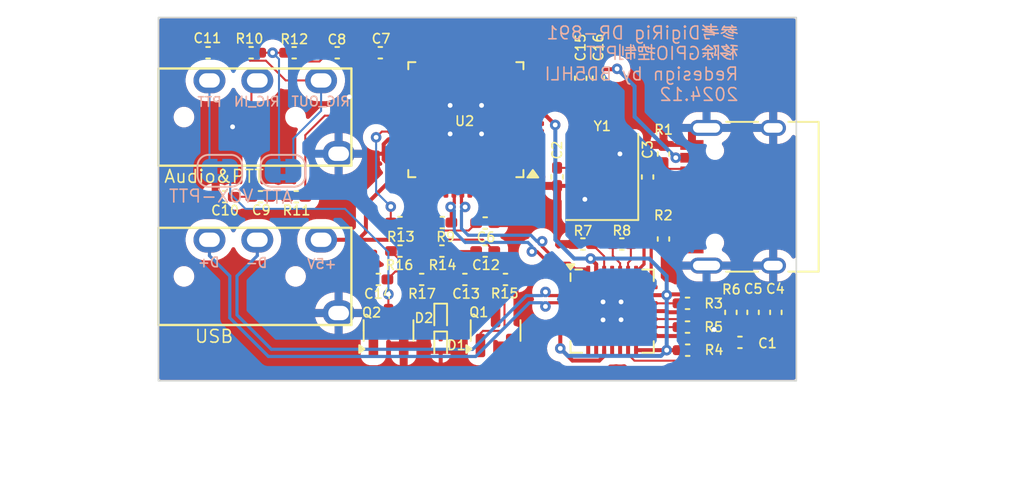
<source format=kicad_pcb>
(kicad_pcb (version 20240108) (generator "pcbnew") (generator_version "8.0")
  (layers (0 "F.Cu" signal) (31 "B.Cu" signal) (34 "B.Paste" user) (35 "F.Paste" user) (36 "B.SilkS" user "B.Silkscreen") (37 "F.SilkS" user "F.Silkscreen") (38 "B.Mask" user) (39 "F.Mask" user) (44 "Edge.Cuts" user))
  (net 0 "")
  (net 1 "~{RESET}")
  (net 2 "GND")
  (net 3 "Net-(U1-XTAL_IN)")
  (net 4 "Net-(U1-XTAL_OUT)")
  (net 5 "+3V3")
  (net 6 "Net-(U2-AREG36)")
  (net 7 "Net-(U2-VREF)")
  (net 8 "Net-(JP1-A)")
  (net 9 "Net-(U2-MICIN)")
  (net 10 "Net-(C9-Pad1)")
  (net 11 "/RIG_AFIN")
  (net 12 "/RIG_AFOUT")
  (net 13 "Net-(Q1-B)")
  (net 14 "Net-(C12-Pad1)")
  (net 15 "Net-(Q1-C)")
  (net 16 "Net-(D1-K)")
  (net 17 "Net-(D2-K)")
  (net 19 "+5V")
  (net 20 "Net-(J1-CC2)")
  (net 21 "Net-(J1-CC1)")
  (net 23 "VOX-PTT")
  (net 24 "Net-(JP2-B)")
  (net 25 "Net-(Q2-B)")
  (net 26 "Net-(U1-SUSP_IND)")
  (net 27 "Net-(U1-NON_REM1)")
  (net 28 "Net-(U1-HS_IND)")
  (net 29 "Net-(U1-RBIAS)")
  (net 30 "CODEC_P")
  (net 31 "Net-(U2-LOL)")
  (net 32 "ROUT")
  (net 35 "CODEC_N")
  (net 69 "/USBUP_D+")
  (net 70 "/USBUP_D-")
  (net 71 "/USBDN2_D+")
  (net 72 "/USBDN2_D-")
  (footprint "Capacitor_SMD:C_0402_1005Metric_Pad0.74x0.62mm_HandSolder" (layer "F.Cu") (at 123.64875 113.22)
    (property "Reference" "R13")
    (property "Value" "22")
  )
  (footprint "Capacitor_SMD:C_0402_1005Metric_Pad0.74x0.62mm_HandSolder" (layer "F.Cu") (at 122.29 116.79 180)
    (property "Reference" "C14")
    (property "Value" "1nF")
  )
  (footprint "Capacitor_SMD:C_0402_1005Metric_Pad0.74x0.62mm_HandSolder" (layer "F.Cu") (at 144.965 120.74)
    (property "Reference" "C1")
    (property "Value" "100nF")
  )
  (footprint "Capacitor_SMD:C_0402_1005Metric_Pad0.74x0.62mm_HandSolder" (layer "F.Cu") (at 128.99 113.25)
    (property "Reference" "C6")
    (property "Value" "10uF")
  )
  (footprint "Crystal:Crystal_SMD_3225-4Pin_3.2x2.5mm_HandSoldering" (layer "F.Cu") (at 136.3375 110.36 90)
    (property "Reference" "Y1")
    (property "Value" "24MHz" (hide yes))
  )
  (footprint "footprints:TRRS-PJ-320A" (layer "F.Cu") (at 108.5 106.6 90)
    (property "Reference" "J3")
    (property "Value" "PJ-320A" (hide yes))
  )
  (footprint "Capacitor_SMD:C_0402_1005Metric_Pad0.74x0.62mm_HandSolder" (layer "F.Cu") (at 141.6775 119.78)
    (property "Reference" "R5")
    (property "Value" "100K")
  )
  (footprint "Package_TO_SOT_SMD:SOT-23" (layer "F.Cu") (at 129.6425 119.9975 90)
    (property "Reference" "Q1")
    (property "Value" "MMBT5551L" (hide yes))
  )
  (footprint "Capacitor_SMD:C_0402_1005Metric_Pad0.74x0.62mm_HandSolder" (layer "F.Cu") (at 135.1175 114.57 180)
    (property "Reference" "R7")
    (property "Value" "10K")
  )
  (footprint "Capacitor_SMD:C_0402_1005Metric_Pad0.74x0.62mm_HandSolder" (layer "F.Cu") (at 126.3 113.22)
    (property "Reference" "R9")
    (property "Value" "1K5")
  )
  (footprint "Capacitor_SMD:C_0402_1005Metric_Pad0.74x0.62mm_HandSolder" (layer "F.Cu") (at 140.17 114.2525 -90)
    (property "Reference" "R2")
    (property "Value" "5K1" (hide yes))
  )
  (footprint "Capacitor_SMD:C_0402_1005Metric_Pad0.74x0.62mm_HandSolder" (layer "F.Cu") (at 141.6775 118.29 180)
    (property "Reference" "R3")
    (property "Value" "100K" (hide yes))
  )
  (footprint "footprints:USB_C_Receptacle_HRO_TYPE-C-31-M-12" (layer "F.Cu") (at 146 111.6 90)
    (property "Reference" "J1" (hide yes))
    (property "Value" "USB_C_Receptacle_USB2.0_16P" (hide yes))
  )
  (footprint "Capacitor_SMD:C_0402_1005Metric_Pad0.74x0.62mm_HandSolder" (layer "F.Cu") (at 117.0125 102.56)
    (property "Reference" "R12")
    (property "Value" "10K")
  )
  (footprint "Capacitor_SMD:C_0402_1005Metric_Pad0.74x0.62mm_HandSolder" (layer "F.Cu") (at 144.3975 118.8575 -90)
    (property "Reference" "R6")
    (property "Value" "100K")
  )
  (footprint "Capacitor_SMD:C_0402_1005Metric_Pad0.74x0.62mm_HandSolder" (layer "F.Cu") (at 119.7125 102.56 180)
    (property "Reference" "C8")
    (property "Value" "10uF")
  )
  (footprint "Capacitor_SMD:C_0402_1005Metric_Pad0.74x0.62mm_HandSolder" (layer "F.Cu") (at 139.17375 110.36 90)
    (property "Reference" "C3")
    (property "Value" "27pF")
  )
  (footprint "Capacitor_SMD:C_0402_1005Metric_Pad0.74x0.62mm_HandSolder" (layer "F.Cu") (at 140.17 108.9175 90)
    (property "Reference" "R1")
    (property "Value" "5K1" (hide yes))
  )
  (footprint "Capacitor_SMD:C_0402_1005Metric_Pad0.74x0.62mm_HandSolder" (layer "F.Cu") (at 114.89875 111.6 180)
    (property "Reference" "C9")
    (property "Value" "10uF")
  )
  (footprint "Diode_SMD:D_SOD-923" (layer "F.Cu") (at 126.19875 119.17 -90)
    (property "Reference" "D2")
    (property "Value" "GS2005ELD")
  )
  (footprint "Capacitor_SMD:C_0402_1005Metric_Pad0.74x0.62mm_HandSolder" (layer "F.Cu") (at 137.5575 114.57)
    (property "Reference" "R8")
    (property "Value" "1M")
  )
  (footprint "Capacitor_SMD:C_0402_1005Metric_Pad0.74x0.62mm_HandSolder" (layer "F.Cu") (at 136.09 104.1625 -90)
    (property "Reference" "C16")
    (property "Value" "100nF")
  )
  (footprint "Capacitor_SMD:C_0402_1005Metric_Pad0.74x0.62mm_HandSolder" (layer "F.Cu") (at 126.27625 115.01)
    (property "Reference" "R14")
    (property "Value" "10K")
  )
  (footprint "Diode_SMD:D_SOD-923" (layer "F.Cu") (at 126.19875 120.9175 -90)
    (property "Reference" "D1")
    (property "Value" "GS2005ELD")
  )
  (footprint "Capacitor_SMD:C_0402_1005Metric_Pad0.74x0.62mm_HandSolder" (layer "F.Cu") (at 133.5 110.3525 -90)
    (property "Reference" "C2")
    (property "Value" "27pF")
  )
  (footprint "Capacitor_SMD:C_0402_1005Metric_Pad0.74x0.62mm_HandSolder" (layer "F.Cu") (at 111.6125 102.56 180)
    (property "Reference" "C11")
    (property "Value" "1nF")
  )
  (footprint "Capacitor_SMD:C_0402_1005Metric_Pad0.74x0.62mm_HandSolder" (layer "F.Cu") (at 147.2175 118.8575 -90)
    (property "Reference" "C4")
    (property "Value" "10uF")
  )
  (footprint "Capacitor_SMD:C_0402_1005Metric_Pad0.74x0.62mm_HandSolder" (layer "F.Cu") (at 122.4125 102.56 180)
    (property "Reference" "C7")
    (property "Value" "10uF")
  )
  (footprint "Capacitor_SMD:C_0402_1005Metric_Pad0.74x0.62mm_HandSolder" (layer "F.Cu") (at 123.64875 115.01 180)
    (property "Reference" "R16")
    (property "Value" "1K5")
  )
  (footprint "Capacitor_SMD:C_0402_1005Metric_Pad0.74x0.62mm_HandSolder" (layer "F.Cu") (at 134.98 104.1625 -90)
    (property "Reference" "C15")
    (property "Value" "10uF")
  )
  (footprint "Capacitor_SMD:C_0402_1005Metric_Pad0.74x0.62mm_HandSolder" (layer "F.Cu") (at 127.7175 116.79 180)
    (property "Reference" "C13")
    (property "Value" "1uF")
  )
  (footprint "Capacitor_SMD:C_0402_1005Metric_Pad0.74x0.62mm_HandSolder" (layer "F.Cu") (at 112.65625 111.6 180)
    (property "Reference" "C10")
    (property "Value" "1nF")
  )
  (footprint "Capacitor_SMD:C_0402_1005Metric_Pad0.74x0.62mm_HandSolder" (layer "F.Cu") (at 130.2625 116.79)
    (property "Reference" "R15")
    (property "Value" "2K0")
  )
  (footprint "Package_DFN_QFN:QFN-28-1EP_5x5mm_P0.5mm_EP3.35x3.35mm" (layer "F.Cu") (at 136.95 118.78)
    (property "Reference" "U1" (hide yes))
    (property "Value" "USB2412-DZK-TR" (hide yes))
  )
  (footprint "Capacitor_SMD:C_0402_1005Metric_Pad0.74x0.62mm_HandSolder" (layer "F.Cu") (at 128.99 115.01 180)
    (property "Reference" "C12")
    (property "Value" "1uF")
  )
  (footprint "Package_QFP:LQFP-48_7x7mm_P0.5mm" (layer "F.Cu") (at 127.7775 106.76 180)
    (property "Reference" "U2")
    (property "Value" "CM108B" (hide yes))
  )
  (footprint "Capacitor_SMD:C_0402_1005Metric_Pad0.74x0.62mm_HandSolder" (layer "F.Cu") (at 145.7875 118.8575 -90)
    (property "Reference" "C5")
    (property "Value" "100nF")
  )
  (footprint "Capacitor_SMD:C_0402_1005Metric_Pad0.74x0.62mm_HandSolder" (layer "F.Cu") (at 114.3125 102.56 180)
    (property "Reference" "R10")
    (property "Value" "100K")
  )
  (footprint "footprints:TRRS-PJ-320A" (layer "F.Cu") (at 108.5 116.6 90)
    (property "Reference" "J2")
    (property "Value" "PJ-320A" (hide yes))
  )
  (footprint "Package_TO_SOT_SMD:SOT-23" (layer "F.Cu") (at 122.93 119.9975 90)
    (property "Reference" "Q2")
    (property "Value" "MMBT5551L" (hide yes))
  )
  (footprint "Capacitor_SMD:C_0402_1005Metric_Pad0.74x0.62mm_HandSolder" (layer "F.Cu") (at 125.0075 116.79 180)
    (property "Reference" "R17")
    (property "Value" "1K5")
  )
  (footprint "Capacitor_SMD:C_0402_1005Metric_Pad0.74x0.62mm_HandSolder" (layer "F.Cu") (at 141.6875 121.23)
    (property "Reference" "R4")
    (property "Value" "100K" (hide yes))
  )
  (footprint "Capacitor_SMD:C_0402_1005Metric_Pad0.74x0.62mm_HandSolder" (layer "F.Cu") (at 117.14125 111.6 180)
    (property "Reference" "R11")
    (property "Value" "22")
  )
  (footprint "Jumper:SolderJumper-2_P1.3mm_Bridged2Bar_RoundedPad1.0x1.5mm" (layer "B.Cu") (at 112.35 109.97)
    (property "Reference" "JP2" (hide yes))
    (property "Value" "VOX")
  )
  (footprint "Jumper:SolderJumper-2_P1.3mm_Bridged2Bar_RoundedPad1.0x1.5mm" (layer "B.Cu") (at 116.31 109.97)
    (property "Reference" "JP1" (hide yes))
    (property "Value" "ATT")
  )
  (gr_rect (start 108.5 100.35) (end 148.5 123.15) (stroke (width 0.1)) (fill none) (layer "Edge.Cuts"))
  (gr_text "RIG_OUT" (at 120.57 105.97 0) (layer "B.SilkS") (effects (font (size 0.6 0.6) (thickness 0.1) (bold yes)) (justify left bottom mirror)))
  (gr_text "VOX-PTT" (at 114.52 112.03 0) (layer "B.SilkS") (effects (font (size 0.8 0.8) (thickness 0.1)) (justify left bottom mirror)))
  (gr_text "RIG_IN" (at 116.16 105.98 0) (layer "B.SilkS") (effects (font (size 0.6 0.6) (thickness 0.1) (bold yes)) (justify left bottom mirror)))
  (gr_text "ATT\n" (at 116.98 112.1 0) (layer "B.SilkS") (effects (font (size 0.8 0.8) (thickness 0.1)) (justify left bottom mirror)))
  (gr_text "+5V" (at 119.73 116.17 0) (layer "B.SilkS") (effects (font (size 0.6 0.6) (thickness 0.1) (bold yes)) (justify left bottom mirror)))
  (gr_text "参考DigiRig DR-891\n移除GPIO控制PTT\nRedesign by BD5HLI\n2024.12" (at 144.93 105.65 0) (layer "B.SilkS") (effects (font (size 0.8 0.8) (thickness 0.1)) (justify left bottom mirror)))
  (gr_text "D-" (at 115.39 116.1 0) (layer "B.SilkS") (effects (font (size 0.6 0.6) (thickness 0.1) (bold yes)) (justify left bottom mirror)))
  (gr_text "PTT" (at 112.53 106 0) (layer "B.SilkS") (effects (font (size 0.6 0.6) (thickness 0.1) (bold yes)) (justify left bottom mirror)))
  (gr_text "D+" (at 112.39 116.07 0) (layer "B.SilkS") (effects (font (size 0.6 0.6) (thickness 0.1) (bold yes)) (justify left bottom mirror)))
  (gr_text "Audio&PTT" (at 108.8 110.79 0) (layer "F.SilkS") (effects (font (size 0.8 0.8) (thickness 0.1)) (justify left bottom)))
  (gr_text "USB" (at 110.72381 120.83 0) (layer "F.SilkS") (effects (font (size 0.8 0.8) (thickness 0.1)) (justify left bottom)))
  (segment (start 144.2525 119.28) (end 144.3975 119.425) (width 0.127) (layer "F.Cu") (net 1))
  (segment (start 144.3975 120.74) (end 144.3975 119.425) (width 0.127) (layer "F.Cu") (net 1))
  (segment (start 139.4 119.28) (end 144.2525 119.28) (width 0.127) (layer "F.Cu") (net 1))
  (segment (start 142.245 119.78) (end 143.1925 119.78) (width 0.25) (layer "F.Cu") (net 2))
  (segment (start 134.98 104.73) (end 133.78 104.73) (width 0.25) (layer "F.Cu") (net 2))
  (segment (start 136.97 119.67) (end 137.21 119.67) (width 0.25) (layer "F.Cu") (net 2))
  (segment (start 140.2 114.85) (end 140.2 115.49) (width 0.25) (layer "F.Cu") (net 2))
  (segment (start 124.99 102.56) (end 125.0275 102.5975) (width 0.25) (layer "F.Cu") (net 2))
  (segment (start 133.5 105.01) (end 131.94 105.01) (width 0.25) (layer "F.Cu") (net 2))
  (segment (start 135.97 120.2) (end 136.97 119.2) (width 0.25) (layer "F.Cu") (net 2))
  (segment (start 118.04 102.56) (end 119.14 101.46) (width 0.25) (layer "F.Cu") (net 2))
  (segment (start 136.09 104.73) (end 134.98 104.73) (width 0.25) (layer "F.Cu") (net 2))
  (segment (start 140.2 115.49) (end 140.63 115.92) (width 0.25) (layer "F.Cu") (net 2))
  (segment (start 123.615 109.51) (end 122.877501 109.51) (width 0.25) (layer "F.Cu") (net 2))
  (segment (start 138 108.35) (end 137.44 108.91) (width 0.25) (layer "F.Cu") (net 2))
  (segment (start 122.758751 109.391249) (end 122.6255 109.257999) (width 0.25) (layer "F.Cu") (net 2))
  (segment (start 145.5325 120.74) (end 145.5325 119.68) (width 0.25) (layer "F.Cu") (net 2))
  (segment (start 120.295 109.395) (end 119.8 108.9) (width 0.25) (layer "F.Cu") (net 2))
  (segment (start 141.955 114.85) (end 141.955 114.995) (width 0.25) (layer "F.Cu") (net 2))
  (segment (start 119.14 101.46) (end 122.7 101.46) (width 0.25) (layer "F.Cu") (net 2))
  (segment (start 136.94 119.67) (end 136.23 118.96) (width 0.25) (layer "F.Cu") (net 2))
  (segment (start 122.6255 109.257999) (end 122.6255 108.95) (width 0.25) (layer "F.Cu") (net 2))
  (segment (start 142.87 107.28) (end 142.87 107.435) (width 0.25) (layer "F.Cu") (net 2))
  (segment (start 122.98 102.56) (end 124.99 102.56) (width 0.25) (layer "F.Cu") (net 2))
  (segment (start 133.78 104.73) (end 133.5 105.01) (width 0.25) (layer "F.Cu") (net 2))
  (segment (start 145.5325 119.68) (end 145.7875 119.425) (width 0.25) (layer "F.Cu") (net 2))
  (segment (start 122.912974 108.01) (end 123.615 108.01) (width 0.25) (layer "F.Cu") (net 2))
  (segment (start 141.955 114.85) (end 141.955 115.005) (width 0.25) (layer "F.Cu") (net 2))
  (segment (start 143.1925 119.78) (end 143.347499 119.934999) (width 0.25) (layer "F.Cu") (net 2))
  (segment (start 134.5 119.78) (end 135.95 119.78) (width 0.25) (layer "F.Cu") (net 2))
  (segment (start 117.58 102.56) (end 118.04 102.56) (width 0.25) (layer "F.Cu") (net 2))
  (segment (start 138.45 120.28) (end 136.95 118.78) (width 0.25) (layer "F.Cu") (net 2))
  (segment (start 145.7875 119.425) (end 147.2175 119.425) (width 0.25) (layer "F.Cu") (net 2))
  (segment (start 139.4 120.28) (end 138.45 120.28) (width 0.25) (layer "F.Cu") (net 2))
  (segment (start 140.63 115.92) (end 142.87 115.92) (width 0.25) (layer "F.Cu") (net 2))
  (segment (start 135.14 111.81) (end 135.19 111.81) (width 0.25) (layer "F.Cu") (net 2))
  (segment (start 126.27 100.96) (end 126.0275 101.2025) (width 0.25) (layer "F.Cu") (net 2))
  (segment (start 122.6255 108.95) (end 122.6255 108.77) (width 0.25) (layer "F.Cu") (net 2))
  (segment (start 133.5 110.92) (end 134.2975 110.92) (width 0.25) (layer "F.Cu") (net 2))
  (segment (start 130.59 120.9325) (end 130.5925 120.935) (width 0.25) (layer "F.Cu") (net 2))
  (segment (start 122.5755 108.9) (end 122.6255 108.95) (width 0.25) (layer "F.Cu") (net 2))
  (segment (start 131.94 105.01) (end 129.6175 105.01) (width 0.25) (layer "F.Cu") (net 2))
  (segment (start 137.21 119.67) (end 137.75 119.13) (width 0.25) (layer "F.Cu") (net 2))
  (segment (start 122.6255 108.297474) (end 122.912974 108.01) (width 0.25) (layer "F.Cu") (net 2))
  (segment (start 141.955 114.85) (end 140.2 114.85) (width 0.25) (layer "F.Cu") (net 2))
  (segment (start 136.97 119.67) (end 137.08 119.67) (width 0.25) (layer "F.Cu") (net 2))
  (segment (start 139.17375 108.50625) (end 139.33 108.35) (width 0.25) (layer "F.Cu") (net 2))
  (segment (start 139.17375 109.7925) (end 138.37 109.7925) (width 0.25) (layer "F.Cu") (net 2))
  (segment (start 122.7 101.46) (end 122.98 101.74) (width 0.25) (layer "F.Cu") (net 2))
  (segment (start 135.19 111.81) (end 135.24 111.76) (width 0.25) (layer "F.Cu") (net 2))
  (segment (start 129.6175 105.01) (end 128.7625 105.865) (width 0.25) (layer "F.Cu") (net 2))
  (segment (start 130.0275 101.2475) (end 129.74 100.96) (width 0.25) (layer "F.Cu") (net 2))
  (segment (start 140.17 108.35) (end 141.955 108.35) (width 0.25) (layer "F.Cu") (net 2))
  (segment (start 125.0275 102.5975) (end 126.0275 102.5975) (width 0.25) (layer "F.Cu") (net 2))
  (segment (start 119.8 108.9) (end 122.5755 108.9) (width 0.25) (layer "F.Cu") (net 2))
  (segment (start 126.0275 101.2025) (end 126.0275 102.5975) (width 0.25) (layer "F.Cu") (net 2))
  (segment (start 140.2 114.85) (end 140.17 114.82) (width 0.25) (layer "F.Cu") (net 2))
  (segment (start 139.17375 109.7925) (end 139.17375 108.50625) (width 0.25) (layer "F.Cu") (net 2))
  (segment (start 122.98 102.56) (end 123.07 102.65) (width 0.25) (layer "F.Cu") (net 2))
  (segment (start 135.81 112.055) (end 135.81 111.72) (width 0.25) (layer "F.Cu") (net 2))
  (segment (start 122.98 101.74) (end 122.98 102.56) (width 0.25) (layer "F.Cu") (net 2))
  (segment (start 122.6255 108.77) (end 122.6255 108.297474) (width 0.25) (layer "F.Cu") (net 2))
  (segment (start 145.53 120.7375) (end 145.5325 120.74) (width 0.25) (layer "F.Cu") (net 2))
  (segment (start 134.2975 110.92) (end 135.1875 111.81) (width 0.25) (layer "F.Cu") (net 2))
  (segment (start 141.925 114.82) (end 141.955 114.85) (width 0.25) (layer "F.Cu") (net 2))
  (segment (start 122.877501 109.51) (end 122.758751 109.391249) (width 0.25) (layer "F.Cu") (net 2))
  (segment (start 139.33 108.35) (end 140.17 108.35) (width 0.25) (layer "F.Cu") (net 2))
  (segment (start 130.0275 102.5975) (end 130.0275 101.2475) (width 0.25) (layer "F.Cu") (net 2))
  (segment (start 136.97 119.67) (end 136.94 119.67) (width 0.25) (layer "F.Cu") (net 2))
  (segment (start 142.245 119.78) (end 141.683 120.342) (width 0.25) (layer "F.Cu") (net 2))
  (segment (start 143 115.79) (end 142.87 115.92) (width 0.25) (layer "F.Cu") (net 2))
  (segment (start 139.462 120.342) (end 139.4 120.28) (width 0.25) (layer "F.Cu") (net 2))
  (segment (start 141.683 120.342) (end 139.462 120.342) (width 0.25) (layer "F.Cu") (net 2))
  (segment (start 138.37 109.7925) (end 137.4875 108.91) (width 0.25) (layer "F.Cu") (net 2))
  (segment (start 135.95 119.78) (end 136.95 118.78) (width 0.25) (layer "F.Cu") (net 2))
  (segment (start 129.74 100.96) (end 126.27 100.96) (width 0.25) (layer "F.Cu") (net 2))
  (segment (start 141.955 114.85) (end 142.35 114.85) (width 0.25) (layer "F.Cu") (net 2))
  (via micro (at 137.51 119.32) (size 0.66) (drill 0.3) (layers "F.Cu" "B.Cu") (net 2))
  (via micro (at 137.51 118.2) (size 0.66) (drill 0.3) (layers "F.Cu" "B.Cu") (net 2))
  (via micro (at 136.38 119.33) (size 0.66) (drill 0.3) (layers "F.Cu" "B.Cu") (net 2))
  (via micro (at 135.24 111.76) (size 0.66) (drill 0.3) (layers "F.Cu" "B.Cu") (net 2))
  (via micro (at 137.44 108.91) (size 0.66) (drill 0.3) (layers "F.Cu" "B.Cu") (net 2))
  (via micro (at 143.347499 119.934999) (size 0.66) (drill 0.3) (layers "F.Cu" "B.Cu") (net 2))
  (via micro (at 128.7625 105.865) (size 0.66) (drill 0.3) (layers "F.Cu" "B.Cu") (net 2))
  (via micro (at 120.47 105.33) (size 0.66) (drill 0.3) (layers "F.Cu" "B.Cu") (net 2))
  (via micro (at 126.7925 107.655) (size 0.66) (drill 0.3) (layers "F.Cu" "B.Cu") (net 2))
  (via micro (at 113.15 107.21) (size 0.66) (drill 0.3) (layers "F.Cu" "B.Cu") (net 2))
  (via micro (at 126.7925 105.865) (size 0.66) (drill 0.3) (layers "F.Cu" "B.Cu") (net 2))
  (via micro (at 136.38 118.2) (size 0.66) (drill 0.3) (layers "F.Cu" "B.Cu") (net 2))
  (via micro (at 128.7625 107.655) (size 0.66) (drill 0.3) (layers "F.Cu" "B.Cu") (net 2))
  (segment (start 135.215 112.315) (end 135.81 111.72) (width 0.25) (layer "B.Cu") (net 2))
  (segment (start 142.537 107.613) (end 142.87 107.28) (width 0.25) (layer "B.Cu") (net 2))
  (segment (start 141.955 114.85) (end 141.955 115.005) (width 0.25) (layer "B.Cu") (net 2))
  (segment (start 142.87 115.92) (end 143.025 115.92) (width 0.25) (layer "B.Cu") (net 2))
  (segment (start 141.955 114.85) (end 141.978073 114.85) (width 0.25) (layer "B.Cu") (net 2))
  (segment (start 136.99 114.7) (end 136.278 113.988) (width 0.127) (layer "F.Cu") (net 3))
  (segment (start 134.3125 109.785) (end 135.1875 108.91) (width 0.127) (layer "F.Cu") (net 3))
  (segment (start 136.99 115.31) (end 137.45 115.77) (width 0.127) (layer "F.Cu") (net 3))
  (segment (start 136.278 113.988) (end 136.278 110.0005) (width 0.127) (layer "F.Cu") (net 3))
  (segment (start 136.99 115.31) (end 136.99 114.57) (width 0.127) (layer "F.Cu") (net 3))
  (segment (start 136.278 110.0005) (end 135.1875 108.91) (width 0.127) (layer "F.Cu") (net 3))
  (segment (start 133.5 109.785) (end 134.3125 109.785) (width 0.127) (layer "F.Cu") (net 3))
  (segment (start 137.45 115.77) (end 137.45 116.33) (width 0.127) (layer "F.Cu") (net 3))
  (segment (start 138.125 114.7) (end 138.125 112.4475) (width 0.127) (layer "F.Cu") (net 4))
  (segment (start 137.95 115.74) (end 138.125 115.565) (width 0.127) (layer "F.Cu") (net 4))
  (segment (start 138.125 115.565) (end 138.125 114.57) (width 0.127) (layer "F.Cu") (net 4))
  (segment (start 138.125 112.495) (end 137.44 111.81) (width 0.127) (layer "F.Cu") (net 4))
  (segment (start 137.95 116.33) (end 137.95 115.74) (width 0.127) (layer "F.Cu") (net 4))
  (segment (start 138.37 110.9275) (end 137.4875 111.81) (width 0.127) (layer "F.Cu") (net 4))
  (segment (start 138.3225 110.9275) (end 137.44 111.81) (width 0.127) (layer "F.Cu") (net 4))
  (segment (start 138.125 112.4475) (end 137.4875 111.81) (width 0.127) (layer "F.Cu") (net 4))
  (segment (start 139.17375 110.9275) (end 138.37 110.9275) (width 0.127) (layer "F.Cu") (net 4))
  (segment (start 125.814974 109.933) (end 125.5275 110.220474) (width 0.25) (layer "F.Cu") (net 5))
  (segment (start 132.8 106.51) (end 133.38 107.09) (width 0.25) (layer "F.Cu") (net 5))
  (segment (start 135.597001 115.479766) (end 135.72 115.602765) (width 0.25) (layer "F.Cu") (net 5))
  (segment (start 131.202501 105.51) (end 131.94 105.51) (width 0.25) (layer "F.Cu") (net 5))
  (segment (start 134.462 121.882) (end 133.7 121.12) (width 0.25) (layer "F.Cu") (net 5))
  (segment (start 140.361269 117.78) (end 139.4 117.78) (width 0.25) (layer "F.Cu") (net 5))
  (segment (start 125.7325 113.19) (end 125.5275 112.985) (width 0.25) (layer "F.Cu") (net 5))
  (segment (start 136.144502 121.882) (end 134.462 121.882) (width 0.25) (layer "F.Cu") (net 5))
  (segment (start 140.01 121.23) (end 141.04 121.23) (width 0.25) (layer "F.Cu") (net 5))
  (segment (start 125.5275 110.220474) (end 125.5275 110.9225) (width 0.25) (layer "F.Cu") (net 5))
  (segment (start 140.39 118.78) (end 140.462 118.852) (width 0.25) (layer "F.Cu") (net 5))
  (segment (start 130.9505 109.1395) (end 130.157 109.933) (width 0.25) (layer "F.Cu") (net 5))
  (segment (start 141.683 117.728) (end 142.245 118.29) (width 0.25) (layer "F.Cu") (net 5))
  (segment (start 125.5275 112.985) (end 125.5275 110.9225) (width 0.25) (layer "F.Cu") (net 5))
  (segment (start 131.94 106.51) (end 131.237974 106.51) (width 0.25) (layer "F.Cu") (net 5))
  (segment (start 133.7 121.12) (end 133.7 119.233498) (width 0.25) (layer "F.Cu") (net 5))
  (segment (start 130.9505 106.222526) (end 130.9505 105.762001) (width 0.25) (layer "F.Cu") (net 5))
  (segment (start 140.413269 117.728) (end 141.683 117.728) (width 0.25) (layer "F.Cu") (net 5))
  (segment (start 134.153498 118.78) (end 134.5 118.78) (width 0.25) (layer "F.Cu") (net 5))
  (segment (start 130.9505 105.762001) (end 131.202501 105.51) (width 0.25) (layer "F.Cu") (net 5))
  (segment (start 130.9505 106.797474) (end 130.9505 109.1395) (width 0.25) (layer "F.Cu") (net 5))
  (segment (start 139.4 118.78) (end 140.39 118.78) (width 0.25) (layer "F.Cu") (net 5))
  (segment (start 135.95 115.832765) (end 135.95 116.33) (width 0.25) (layer "F.Cu") (net 5))
  (segment (start 130.157 109.933) (end 125.814974 109.933) (width 0.25) (layer "F.Cu") (net 5))
  (segment (start 140.462 118.852) (end 141.683 118.852) (width 0.25) (layer "F.Cu") (net 5))
  (segment (start 139.4 117.78) (end 139.42 117.8) (width 0.25) (layer "F.Cu") (net 5))
  (segment (start 131.94 106.51) (end 132.8 106.51) (width 0.25) (layer "F.Cu") (net 5))
  (segment (start 140.371769 117.7695) (end 140.413269 117.728) (width 0.25) (layer "F.Cu") (net 5))
  (segment (start 133.7 119.233498) (end 134.153498 118.78) (width 0.25) (layer "F.Cu") (net 5))
  (segment (start 135.72 115.602765) (end 135.72 115.67) (width 0.25) (layer "F.Cu") (net 5))
  (segment (start 131.237974 106.51) (end 130.9505 106.222526) (width 0.25) (layer "F.Cu") (net 5))
  (segment (start 145.7875 118.29) (end 147.2175 118.29) (width 0.25) (layer "F.Cu") (net 5))
  (segment (start 136.45 121.576502) (end 136.144502 121.882) (width 0.25) (layer "F.Cu") (net 5))
  (segment (start 135.597001 115.479766) (end 135.95 115.832765) (width 0.25) (layer "F.Cu") (net 5))
  (segment (start 136.45 121.23) (end 136.45 121.576502) (width 0.25) (layer "F.Cu") (net 5))
  (segment (start 140.371769 117.7695) (end 140.361269 117.78) (width 0.25) (layer "F.Cu") (net 5))
  (segment (start 141.683 118.852) (end 142.245 118.29) (width 0.25) (layer "F.Cu") (net 5))
  (segment (start 138.45 121.23) (end 140.01 121.23) (width 0.25) (layer "F.Cu") (net 5))
  (segment (start 131.237974 106.51) (end 130.9505 106.797474) (width 0.25) (layer "F.Cu") (net 5))
  (segment (start 144.3975 118.29) (end 145.7875 118.29) (width 0.25) (layer "F.Cu") (net 5))
  (segment (start 142.245 118.29) (end 144.3975 118.29) (width 0.25) (layer "F.Cu") (net 5))
  (via micro (at 133.7 121.12) (size 0.66) (drill 0.3) (layers "F.Cu" "B.Cu") (net 5))
  (via micro (at 140.371769 121.23) (size 0.66) (drill 0.3) (layers "F.Cu" "B.Cu") (net 5))
  (via micro (at 135.597001 115.479766) (size 0.66) (drill 0.3) (layers "F.Cu" "B.Cu") (net 5))
  (via micro (at 140.371769 117.7695) (size 0.66) (drill 0.3) (layers "F.Cu" "B.Cu") (net 5))
  (via micro (at 133.38 107.09) (size 0.66) (drill 0.3) (layers "F.Cu" "B.Cu") (net 5))
  (segment (start 135.597001 115.477001) (end 135.596778 115.476778) (width 0.25) (layer "B.Cu") (net 5))
  (segment (start 140.011769 121.59) (end 140.371769 121.23) (width 0.25) (layer "B.Cu") (net 5))
  (segment (start 135.597001 115.479766) (end 139.269766 115.479766) (width 0.25) (layer "B.Cu") (net 5))
  (segment (start 133.388749 107.098749) (end 133.388749 114.298749) (width 0.25) (layer "B.Cu") (net 5))
  (segment (start 133.7 121.12) (end 134.17 121.59) (width 0.25) (layer "B.Cu") (net 5))
  (segment (start 133.38 107.09) (end 133.388749 107.098749) (width 0.25) (layer "B.Cu") (net 5))
  (segment (start 139.269766 115.479766) (end 140.371769 116.581769) (width 0.25) (layer "B.Cu") (net 5))
  (segment (start 135.597001 115.479766) (end 135.597001 115.477001) (width 0.25) (layer "B.Cu") (net 5))
  (segment (start 134.569766 115.479766) (end 135.597001 115.479766) (width 0.25) (layer "B.Cu") (net 5))
  (segment (start 134.17 121.59) (end 140.011769 121.59) (width 0.25) (layer "B.Cu") (net 5))
  (segment (start 140.371769 116.581769) (end 140.371769 117.7695) (width 0.25) (layer "B.Cu") (net 5))
  (segment (start 140.371769 117.7695) (end 140.371769 121.23) (width 0.25) (layer "B.Cu") (net 5))
  (segment (start 133.388749 114.298749) (end 134.569766 115.479766) (width 0.25) (layer "B.Cu") (net 5))
  (segment (start 125.0275 110.9225) (end 125.0275 113.375406) (width 0.127) (layer "F.Cu") (net 6))
  (segment (start 127.952 113.7205) (end 128.4225 113.25) (width 0.127) (layer "F.Cu") (net 6))
  (segment (start 125.0275 113.375406) (end 125.372594 113.7205) (width 0.127) (layer "F.Cu") (net 6))
  (segment (start 125.372594 113.7205) (end 127.952 113.7205) (width 0.127) (layer "F.Cu") (net 6))
  (segment (start 121.845 102.715) (end 121.845 102.56) (width 0.127) (layer "F.Cu") (net 7))
  (segment (start 123.245 104.5125) (end 122.9825 104.5125) (width 0.127) (layer "F.Cu") (net 7))
  (segment (start 123.615 104.51) (end 122.999948 104.51) (width 0.127) (layer "F.Cu") (net 7))
  (segment (start 122.687 103.557) (end 121.845 102.715) (width 0.127) (layer "F.Cu") (net 7))
  (segment (start 122.999948 104.51) (end 122.687 104.197052) (width 0.127) (layer "F.Cu") (net 7))
  (segment (start 122.687 104.197052) (end 122.687 103.557) (width 0.127) (layer "F.Cu") (net 7))
  (segment (start 118.595 103.11) (end 119.145 102.56) (width 0.127) (layer "F.Cu") (net 8))
  (segment (start 116.445 102.56) (end 116.995 103.11) (width 0.127) (layer "F.Cu") (net 8))
  (segment (start 116.995 103.11) (end 118.595 103.11) (width 0.127) (layer "F.Cu") (net 8))
  (segment (start 115.66 102.56) (end 116.445 102.56) (width 0.127) (layer "F.Cu") (net 8))
  (segment (start 115.66 102.56) (end 114.88 102.56) (width 0.127) (layer "F.Cu") (net 8))
  (via micro (at 115.66 102.56) (size 0.66) (drill 0.3) (layers "F.Cu" "B.Cu") (net 8))
  (segment (start 115.5695 109.7605) (end 115.5695 109.52) (width 0.127) (layer "B.Cu") (net 8))
  (segment (start 115.66 102.56) (end 116.06 102.96) (width 0.127) (layer "B.Cu") (net 8))
  (segment (start 116.06 109.57) (end 115.66 109.97) (width 0.127) (layer "B.Cu") (net 8))
  (segment (start 116.06 102.96) (end 116.06 109.57) (width 0.127) (layer "B.Cu") (net 8))
  (segment (start 120.28 103.27) (end 120.28 102.56) (width 0.127) (layer "F.Cu") (net 9))
  (segment (start 122.02 105.01) (end 120.28 103.27) (width 0.127) (layer "F.Cu") (net 9))
  (segment (start 120.5 102.56) (end 120.28 102.56) (width 0.127) (layer "F.Cu") (net 9))
  (segment (start 123.615 105.01) (end 122.02 105.01) (width 0.127) (layer "F.Cu") (net 9))
  (segment (start 116.57375 111.6) (end 115.46625 111.6) (width 0.127) (layer "F.Cu") (net 10))
  (segment (start 114.33125 104.66875) (end 114.7 104.3) (width 0.127) (layer "F.Cu") (net 11))
  (segment (start 114.7 104.3) (end 115.01 104.61) (width 0.127) (layer "F.Cu") (net 11))
  (segment (start 114.33125 111.6) (end 113.22375 111.6) (width 0.127) (layer "F.Cu") (net 11))
  (segment (start 114.33125 111.6) (end 114.33125 104.66875) (width 0.127) (layer "F.Cu") (net 11))
  (segment (start 114.2455 103.0605) (end 113.745 102.56) (width 0.127) (layer "F.Cu") (net 12))
  (segment (start 112.19 102.68) (end 112.18 102.69) (width 0.127) (layer "F.Cu") (net 12))
  (segment (start 113.745 102.56) (end 112.18 102.56) (width 0.127) (layer "F.Cu") (net 12))
  (segment (start 116.479406 104.3) (end 115.239906 103.0605) (width 0.127) (layer "F.Cu") (net 12))
  (segment (start 115.239906 103.0605) (end 114.2455 103.0605) (width 0.127) (layer "F.Cu") (net 12))
  (segment (start 118.7 104.3) (end 116.479406 104.3) (width 0.127) (layer "F.Cu") (net 12))
  (segment (start 118.7 106.21) (end 118.7 104.3) (width 0.127) (layer "B.Cu") (net 12))
  (segment (start 116.95 107.96) (end 118.7 106.21) (width 0.127) (layer "B.Cu") (net 12))
  (segment (start 118.390959 104.3) (end 118.7 104.3) (width 0.127) (layer "B.Cu") (net 12))
  (segment (start 116.96 109.97) (end 116.96 107.97) (width 0.127) (layer "B.Cu") (net 12))
  (segment (start 116.96 107.97) (end 116.95 107.96) (width 0.127) (layer "B.Cu") (net 12))
  (segment (start 118.2 104.8) (end 118.7 104.3) (width 0.127) (layer "B.Cu") (net 12))
  (segment (start 128.6925 120.1775) (end 128.6925 120.935) (width 0.127) (layer "F.Cu") (net 13))
  (segment (start 130.2 119.79) (end 129.97 120.02) (width 0.127) (layer "F.Cu") (net 13))
  (segment (start 129.695 116.79) (end 129.695 116.2825) (width 0.127) (layer "F.Cu") (net 13))
  (segment (start 129.695 117.455) (end 130.2 117.96) (width 0.127) (layer "F.Cu") (net 13))
  (segment (start 128.4225 115.01) (end 126.84375 115.01) (width 0.127) (layer "F.Cu") (net 13))
  (segment (start 128.85 120.02) (end 128.6925 120.1775) (width 0.127) (layer "F.Cu") (net 13))
  (segment (start 129.695 116.79) (end 129.695 117.455) (width 0.127) (layer "F.Cu") (net 13))
  (segment (start 130.2 117.96) (end 130.2 119.79) (width 0.127) (layer "F.Cu") (net 13))
  (segment (start 129.97 120.02) (end 128.85 120.02) (width 0.127) (layer "F.Cu") (net 13))
  (segment (start 128.58 120.985) (end 128.6 121.005) (width 0.25) (layer "F.Cu") (net 13))
  (segment (start 129.695 116.2825) (end 128.4225 115.01) (width 0.127) (layer "F.Cu") (net 13))
  (segment (start 124.21625 113.22) (end 125.28625 114.29) (width 0.127) (layer "F.Cu") (net 14))
  (segment (start 125.28625 114.29) (end 128.8375 114.29) (width 0.127) (layer "F.Cu") (net 14))
  (segment (start 128.8375 114.29) (end 129.5575 115.01) (width 0.127) (layer "F.Cu") (net 14))
  (segment (start 123.08125 115.01) (end 123.91125 115.84) (width 0.127) (layer "F.Cu") (net 15))
  (segment (start 127.335 115.84) (end 128.285 116.79) (width 0.127) (layer "F.Cu") (net 15))
  (segment (start 129.6425 118.1475) (end 128.285 116.79) (width 0.127) (layer "F.Cu") (net 15))
  (segment (start 123.91125 115.84) (end 127.335 115.84) (width 0.127) (layer "F.Cu") (net 15))
  (segment (start 129.6425 119.06) (end 129.6425 118.1475) (width 0.127) (layer "F.Cu") (net 15))
  (segment (start 126.19875 119.59) (end 126.19875 120.4975) (width 0.127) (layer "F.Cu") (net 16))
  (segment (start 126.19875 119.59) (end 127.15 118.63875) (width 0.127) (layer "F.Cu") (net 16))
  (segment (start 127.15 118.63875) (end 127.15 116.79) (width 0.127) (layer "F.Cu") (net 16))
  (segment (start 125.575 118.12625) (end 126.19875 118.75) (width 0.127) (layer "F.Cu") (net 17))
  (segment (start 123.358 116.2895) (end 125.0745 116.2895) (width 0.127) (layer "F.Cu") (net 17))
  (segment (start 125.575 116.79) (end 125.575 118.12625) (width 0.127) (layer "F.Cu") (net 17))
  (segment (start 122.8575 116.79) (end 123.358 116.2895) (width 0.127) (layer "F.Cu") (net 17))
  (segment (start 125.0745 116.2895) (end 125.575 116.79) (width 0.127) (layer "F.Cu") (net 17))
  (segment (start 124.62 106.277501) (end 124.352499 106.01) (width 0.25) (layer "F.Cu") (net 19))
  (segment (start 124.21625 115.01) (end 125.70875 115.01) (width 0.25) (layer "F.Cu") (net 19))
  (segment (start 143.542 113.142) (end 142.634 114.05) (width 0.25) (layer "F.Cu") (net 19))
  (segment (start 123.24 110.37) (end 121.51 112.1) (width 0.25) (layer "F.Cu") (net 19))
  (segment (start 123.615 109.01) (end 123.615 108.51) (width 0.25) (layer "F.Cu") (net 19))
  (segment (start 137.235 103.595) (end 137.26 103.57) (width 0.25) (layer "F.Cu") (net 19))
  (segment (start 140.94 109.15) (end 141.955 109.15) (width 0.25) (layer "F.Cu") (net 19))
  (segment (start 121.51 113.8025) (end 121.0125 114.3) (width 0.25) (layer "F.Cu") (net 19))
  (segment (start 124.62 106.277501) (end 124.62 104.19) (width 0.25) (layer "F.Cu") (net 19))
  (segment (start 142.634 114.05) (end 141.955 114.05) (width 0.25) (layer "F.Cu") (net 19))
  (segment (start 143.542 110.058) (end 142.634 109.15) (width 0.25) (layer "F.Cu") (net 19))
  (segment (start 124.62 109.312974) (end 124.62 109.707026) (width 0.25) (layer "F.Cu") (net 19))
  (segment (start 136.09 103.595) (end 125.226 103.595) (width 0.25) (layer "F.Cu") (net 19))
  (segment (start 143.542 111.17) (end 143.542 110.058) (width 0.25) (layer "F.Cu") (net 19))
  (segment (start 123.957026 110.37) (end 123.24 110.37) (width 0.25) (layer "F.Cu") (net 19))
  (segment (start 143.542 111.17) (end 143.542 113.142) (width 0.25) (layer "F.Cu") (net 19))
  (segment (start 123.245 108.5125) (end 124.2325 108.5125) (width 0.25) (layer "F.Cu") (net 19))
  (segment (start 118.7 114.3) (end 121.0125 114.3) (width 0.25) (layer "F.Cu") (net 19))
  (segment (start 124.352499 106.01) (end 123.615 106.01) (width 0.25) (layer "F.Cu") (net 19))
  (segment (start 123.245 109.0125) (end 124.2375 109.0125) (width 0.25) (layer "F.Cu") (net 19))
  (segment (start 124.62 109.312974) (end 124.62 106.277501) (width 0.25) (layer "F.Cu") (net 19))
  (segment (start 124.62 104.19) (end 125.2205 103.5895) (width 0.25) (layer "F.Cu") (net 19))
  (segment (start 136.09 103.595) (end 137.235 103.595) (width 0.25) (layer "F.Cu") (net 19))
  (segment (start 124.21625 115.01) (end 123.50625 114.3) (width 0.25) (layer "F.Cu") (net 19))
  (segment (start 124.62 109.312974) (end 124.317026 109.01) (width 0.25) (layer "F.Cu") (net 19))
  (segment (start 124.317026 109.01) (end 123.615 109.01) (width 0.25) (layer "F.Cu") (net 19))
  (segment (start 121.51 112.1) (end 121.51 113.8025) (width 0.25) (layer "F.Cu") (net 19))
  (segment (start 125.2205 103.5895) (end 125.226 103.595) (width 0.25) (layer "F.Cu") (net 19))
  (segment (start 142.634 109.15) (end 141.955 109.15) (width 0.25) (layer "F.Cu") (net 19))
  (segment (start 123.50625 114.3) (end 121.0125 114.3) (width 0.25) (layer "F.Cu") (net 19))
  (segment (start 124.62 109.707026) (end 123.957026 110.37) (width 0.25) (layer "F.Cu") (net 19))
  (via micro (at 140.94 109.15) (size 0.66) (drill 0.3) (layers "F.Cu" "B.Cu") (net 19))
  (via micro (at 137.26 103.57) (size 0.66) (drill 0.3) (layers "F.Cu" "B.Cu") (net 19))
  (segment (start 137.26 103.57) (end 138.36 104.67) (width 0.25) (layer "B.Cu") (net 19))
  (segment (start 138.378559 106.588559) (end 140.94 109.15) (width 0.25) (layer "B.Cu") (net 19))
  (segment (start 138.36 104.67) (end 138.36 106.588559) (width 0.25) (layer "B.Cu") (net 19))
  (segment (start 138.36 106.588559) (end 138.378559 106.588559) (width 0.25) (layer "B.Cu") (net 19))
  (segment (start 140.13 109.485) (end 140.495 109.85) (width 0.127) (layer "F.Cu") (net 20))
  (segment (start 140.495 109.85) (end 141.955 109.85) (width 0.127) (layer "F.Cu") (net 20))
  (segment (start 140.52 112.85) (end 141.955 112.85) (width 0.127) (layer "F.Cu") (net 21))
  (segment (start 140.17 113.2) (end 140.52 112.85) (width 0.127) (layer "F.Cu") (net 21))
  (segment (start 140.17 113.685) (end 140.17 113.2) (width 0.127) (layer "F.Cu") (net 21))
  (segment (start 111.7 109.97) (end 111.7 104.3) (width 0.127) (layer "B.Cu") (net 23))
  (segment (start 111.78 104.38) (end 111.7 104.3) (width 0.127) (layer "B.Cu") (net 23))
  (segment (start 111.34 104.66) (end 111.7 104.3) (width 0.127) (layer "B.Cu") (net 23))
  (segment (start 111.74 104.34) (end 111.7 104.3) (width 0.127) (layer "B.Cu") (net 23))
  (segment (start 122.92 119.05) (end 122.93 119.06) (width 0.127) (layer "F.Cu") (net 24))
  (segment (start 122.92 117.72) (end 122.92 119.05) (width 0.127) (layer "F.Cu") (net 24))
  (via micro (at 122.92 117.72) (size 0.66) (drill 0.3) (layers "F.Cu" "B.Cu") (net 24))
  (segment (start 113.96 112.36) (end 113 111.4) (width 0.127) (layer "B.Cu") (net 24))
  (segment (start 113 111.4) (end 113 109.97) (width 0.127) (layer "B.Cu") (net 24))
  (segment (start 122.92 115.08) (end 120.2 112.36) (width 0.127) (layer "B.Cu") (net 24))
  (segment (start 120.2 112.36) (end 113.96 112.36) (width 0.127) (layer "B.Cu") (net 24))
  (segment (start 122.92 117.72) (end 122.92 115.08) (width 0.127) (layer "B.Cu") (net 24))
  (segment (start 124.44 116.79) (end 124.44 119.16) (width 0.127) (layer "F.Cu") (net 25))
  (segment (start 123.59 120.01) (end 122.13 120.01) (width 0.127) (layer "F.Cu") (net 25))
  (segment (start 122.13 120.01) (end 121.98 120.16) (width 0.127) (layer "F.Cu") (net 25))
  (segment (start 124.44 119.16) (end 123.59 120.01) (width 0.127) (layer "F.Cu") (net 25))
  (segment (start 121.98 120.16) (end 121.98 120.935) (width 0.127) (layer "F.Cu") (net 25))
  (segment (start 141.11 118.29) (end 139.41 118.29) (width 0.127) (layer "F.Cu") (net 26))
  (segment (start 139.41 118.29) (end 139.4 118.28) (width 0.127) (layer "F.Cu") (net 26))
  (segment (start 138.350972 121.8905) (end 141.6745 121.8905) (width 0.127) (layer "F.Cu") (net 27))
  (segment (start 141.6745 121.8905) (end 142.255 121.31) (width 0.127) (layer "F.Cu") (net 27))
  (segment (start 137.95 121.23) (end 137.95 121.489528) (width 0.127) (layer "F.Cu") (net 27))
  (segment (start 137.95 121.489528) (end 138.350972 121.8905) (width 0.127) (layer "F.Cu") (net 27))
  (segment (start 139.4 119.78) (end 141.11 119.78) (width 0.127) (layer "F.Cu") (net 28))
  (segment (start 136.45 116.33) (end 136.45 115.335) (width 0.127) (layer "F.Cu") (net 29))
  (segment (start 136.45 115.335) (end 135.685 114.57) (width 0.127) (layer "F.Cu") (net 29))
  (segment (start 132.243535 115.041734) (end 131.918266 115.041734) (width 0.2) (layer "F.Cu") (net 30))
  (segment (start 134.076803 116.225001) (end 133.426802 116.225001) (width 0.2) (layer "F.Cu") (net 30))
  (segment (start 126.8675 112.284362) (end 126.8225 112.239362) (width 0.2) (layer "F.Cu") (net 30))
  (segment (start 133.426802 116.225001) (end 132.243535 115.041734) (width 0.2) (layer "F.Cu") (net 30))
  (segment (start 127.0275 110.9225) (end 127.052499 110.947499) (width 0.2) (layer "F.Cu") (net 30))
  (segment (start 127.052499 112.009363) (end 126.8225 112.239362) (width 0.2) (layer "F.Cu") (net 30))
  (segment (start 134.305545 116.453743) (end 134.305545 117.085545) (width 0.2) (layer "F.Cu") (net 30))
  (segment (start 127.052499 110.947499) (end 127.052499 112.009363) (width 0.2) (layer "F.Cu") (net 30))
  (segment (start 134.305545 117.085545) (end 134.5 117.28) (width 0.2) (layer "F.Cu") (net 30))
  (segment (start 126.8675 113.22) (end 126.8675 112.284362) (width 0.2) (layer "F.Cu") (net 30))
  (segment (start 134.076803 116.225001) (end 134.305545 116.453743) (width 0.2) (layer "F.Cu") (net 30))
  (via micro (at 131.918266 115.041734) (size 0.66) (drill 0.3) (layers "F.Cu" "B.Cu") (net 30))
  (via micro (at 126.8225 112.239362) (size 0.66) (drill 0.3) (layers "F.Cu" "B.Cu") (net 30))
  (segment (start 131.918266 114.716465) (end 131.666801 114.465) (width 0.2) (layer "B.Cu") (net 30))
  (segment (start 127.052499 113.780699) (end 127.052499 112.469361) (width 0.2) (layer "B.Cu") (net 30))
  (segment (start 131.918266 115.041734) (end 131.918266 114.716465) (width 0.2) (layer "B.Cu") (net 30))
  (segment (start 127.7368 114.465) (end 127.052499 113.780699) (width 0.2) (layer "B.Cu") (net 30))
  (segment (start 131.666801 114.465) (end 127.7368 114.465) (width 0.2) (layer "B.Cu") (net 30))
  (segment (start 127.052499 112.469361) (end 126.8225 112.239362) (width 0.2) (layer "B.Cu") (net 30))
  (segment (start 117.70875 107.73125) (end 117.70875 111.6) (width 0.127) (layer "F.Cu") (net 31))
  (segment (start 118.93 106.51) (end 117.70875 107.73125) (width 0.127) (layer "F.Cu") (net 31))
  (segment (start 123.615 106.51) (end 118.93 106.51) (width 0.127) (layer "F.Cu") (net 31))
  (segment (start 123.07 113.20875) (end 123.08125 113.22) (width 0.127) (layer "F.Cu") (net 32))
  (segment (start 123.615 107.51) (end 122.51 107.51) (width 0.127) (layer "F.Cu") (net 32))
  (segment (start 122.51 107.51) (end 122.15 107.87) (width 0.127) (layer "F.Cu") (net 32))
  (segment (start 123.07 112.22) (end 123.07 113.20875) (width 0.127) (layer "F.Cu") (net 32))
  (via micro (at 123.07 112.22) (size 0.66) (drill 0.3) (layers "F.Cu" "B.Cu") (net 32))
  (via micro (at 122.15 107.87) (size 0.66) (drill 0.3) (layers "F.Cu" "B.Cu") (net 32))
  (segment (start 122.15 111.3) (end 123.07 112.22) (width 0.127) (layer "B.Cu") (net 32))
  (segment (start 122.15 107.87) (end 122.15 111.3) (width 0.127) (layer "B.Cu") (net 32))
  (segment (start 127.502501 110.947499) (end 127.502501 112.009363) (width 0.2) (layer "F.Cu") (net 35))
  (segment (start 127.502501 112.009363) (end 127.7325 112.239362) (width 0.2) (layer "F.Cu") (net 35))
  (segment (start 134.263197 115.774999) (end 134.623743 116.135545) (width 0.2) (layer "F.Cu") (net 35))
  (segment (start 134.263197 115.774999) (end 133.613198 115.774999) (width 0.2) (layer "F.Cu") (net 35))
  (segment (start 135.255545 116.135545) (end 135.45 116.33) (width 0.2) (layer "F.Cu") (net 35))
  (segment (start 134.623743 116.135545) (end 135.255545 116.135545) (width 0.2) (layer "F.Cu") (net 35))
  (segment (start 133.613198 115.774999) (end 132.561734 114.723535) (width 0.2) (layer "F.Cu") (net 35))
  (segment (start 127.5275 110.9225) (end 127.502501 110.947499) (width 0.2) (layer "F.Cu") (net 35))
  (segment (start 132.561734 114.723535) (end 132.561734 114.398266) (width 0.2) (layer "F.Cu") (net 35))
  (via micro (at 132.561734 114.398266) (size 0.66) (drill 0.3) (layers "F.Cu" "B.Cu") (net 35))
  (via micro (at 127.7325 112.239362) (size 0.66) (drill 0.3) (layers "F.Cu" "B.Cu") (net 35))
  (segment (start 131.853199 114.015) (end 127.9232 114.015) (width 0.2) (layer "B.Cu") (net 35))
  (segment (start 132.236465 114.398266) (end 131.853199 114.015) (width 0.2) (layer "B.Cu") (net 35))
  (segment (start 132.561734 114.398266) (end 132.236465 114.398266) (width 0.2) (layer "B.Cu") (net 35))
  (segment (start 127.502501 113.594301) (end 127.502501 112.469361) (width 0.2) (layer "B.Cu") (net 35))
  (segment (start 127.9232 114.015) (end 127.502501 113.594301) (width 0.2) (layer "B.Cu") (net 35))
  (segment (start 127.502501 112.469361) (end 127.7325 112.239362) (width 0.2) (layer "B.Cu") (net 35))
  (segment (start 141.38 111.85) (end 141.355 111.875) (width 0.2) (layer "F.Cu") (net 69))
  (segment (start 140.88 111.02) (end 141.05 110.85) (width 0.2) (layer "F.Cu") (net 69))
  (segment (start 140.88 111.7) (end 140.88 111.02) (width 0.2) (layer "F.Cu") (net 69))
  (segment (start 140.842499 111.875) (end 139.8068 111.875) (width 0.2) (layer "F.Cu") (net 69))
  (segment (start 141.05 110.85) (end 141.955 110.85) (width 0.2) (layer "F.Cu") (net 69))
  (segment (start 140.867499 111.85) (end 140.842499 111.875) (width 0.2) (layer "F.Cu") (net 69))
  (segment (start 141.955 111.85) (end 141.03 111.85) (width 0.2) (layer "F.Cu") (net 69))
  (segment (start 138.949999 112.731801) (end 138.949999 115.830001) (width 0.2) (layer "F.Cu") (net 69))
  (segment (start 138.949999 115.830001) (end 138.45 116.33) (width 0.2) (layer "F.Cu") (net 69))
  (segment (start 141.955 111.85) (end 140.867499 111.85) (width 0.2) (layer "F.Cu") (net 69))
  (segment (start 139.8068 111.875) (end 138.949999 112.731801) (width 0.2) (layer "F.Cu") (net 69))
  (segment (start 141.03 111.85) (end 140.88 111.7) (width 0.2) (layer "F.Cu") (net 69))
  (segment (start 140.842499 112.325) (end 139.9932 112.325) (width 0.2) (layer "F.Cu") (net 70))
  (segment (start 142.87 111.35) (end 141.955 111.35) (width 0.2) (layer "F.Cu") (net 70))
  (segment (start 143.04 111.52) (end 142.87 111.35) (width 0.2) (layer "F.Cu") (net 70))
  (segment (start 139.9932 112.325) (end 139.4 112.9182) (width 0.2) (layer "F.Cu") (net 70))
  (segment (start 141.955 112.35) (end 140.867499 112.35) (width 0.2) (layer "F.Cu") (net 70))
  (segment (start 139.4 112.9182) (end 139.4 117.28) (width 0.2) (layer "F.Cu") (net 70))
  (segment (start 142.86 112.35) (end 143.04 112.17) (width 0.2) (layer "F.Cu") (net 70))
  (segment (start 141.955 112.35) (end 142.86 112.35) (width 0.2) (layer "F.Cu") (net 70))
  (segment (start 140.867499 112.35) (end 140.842499 112.325) (width 0.2) (layer "F.Cu") (net 70))
  (segment (start 143.04 112.17) (end 143.04 111.52) (width 0.2) (layer "F.Cu") (net 70))
  (segment (start 132.999237 118.255001) (end 132.769238 118.485) (width 0.2) (layer "F.Cu") (net 71))
  (segment (start 134.475001 118.255001) (end 134.5 118.28) (width 0.2) (layer "F.Cu") (net 71))
  (segment (start 134.475001 118.255001) (end 132.999237 118.255001) (width 0.2) (layer "F.Cu") (net 71))
  (via micro (at 132.769238 118.485) (size 0.66) (drill 0.3) (layers "F.Cu" "B.Cu") (net 71))
  (segment (start 111.7 115.3) (end 111.7 114.3) (width 0.2) (layer "B.Cu") (net 71))
  (segment (start 112.975 119.2032) (end 112.975 116.575) (width 0.2) (layer "B.Cu") (net 71))
  (segment (start 132.769238 118.485) (end 132.539239 118.255001) (width 0.2) (layer "B.Cu") (net 71))
  (segment (start 132.539239 118.255001) (end 131.763199 118.255001) (width 0.2) (layer "B.Cu") (net 71))
  (segment (start 115.3968 121.625) (end 112.975 119.2032) (width 0.2) (layer "B.Cu") (net 71))
  (segment (start 131.763199 118.255001) (end 128.3932 121.625) (width 0.2) (layer "B.Cu") (net 71))
  (segment (start 128.3932 121.625) (end 115.3968 121.625) (width 0.2) (layer "B.Cu") (net 71))
  (segment (start 112.975 116.575) (end 111.7 115.3) (width 0.2) (layer "B.Cu") (net 71))
  (segment (start 134.475001 117.804999) (end 134.5 117.78) (width 0.2) (layer "F.Cu") (net 72))
  (segment (start 134.475001 117.804999) (end 132.999237 117.804999) (width 0.2) (layer "F.Cu") (net 72))
  (segment (start 132.999237 117.804999) (end 132.769238 117.575) (width 0.2) (layer "F.Cu") (net 72))
  (via micro (at 132.769238 117.575) (size 0.66) (drill 0.3) (layers "F.Cu" "B.Cu") (net 72))
  (segment (start 131.576801 117.804999) (end 128.2068 121.175) (width 0.2) (layer "B.Cu") (net 72))
  (segment (start 132.769238 117.575) (end 132.539239 117.804999) (width 0.2) (layer "B.Cu") (net 72))
  (segment (start 114.7 115.3) (end 114.7 114.3) (width 0.2) (layer "B.Cu") (net 72))
  (segment (start 113.425 116.575) (end 114.7 115.3) (width 0.2) (layer "B.Cu") (net 72))
  (segment (start 113.425 119.0168) (end 113.425 116.575) (width 0.2) (layer "B.Cu") (net 72))
  (segment (start 128.2068 121.175) (end 115.5832 121.175) (width 0.2) (layer "B.Cu") (net 72))
  (segment (start 115.5832 121.175) (end 113.425 119.0168) (width 0.2) (layer "B.Cu") (net 72))
  (segment (start 132.539239 117.804999) (end 131.576801 117.804999) (width 0.2) (layer "B.Cu") (net 72))
  (zone (net 2) (net_name "GND") (layers "F&B.Cu") (name "GND") (connect_pads (clearance 0.5)) (min_thickness 0.25) (fill yes (thermal_gap 0.5) (thermal_bridge_width 0.5))
    (polygon (pts (xy 105.988791 124.28736) (xy 127.700319 124.224287) (xy 150.738791 124.15736) (xy 150.74 99.25) (xy 105.99 99.38)))
  )
)
</source>
